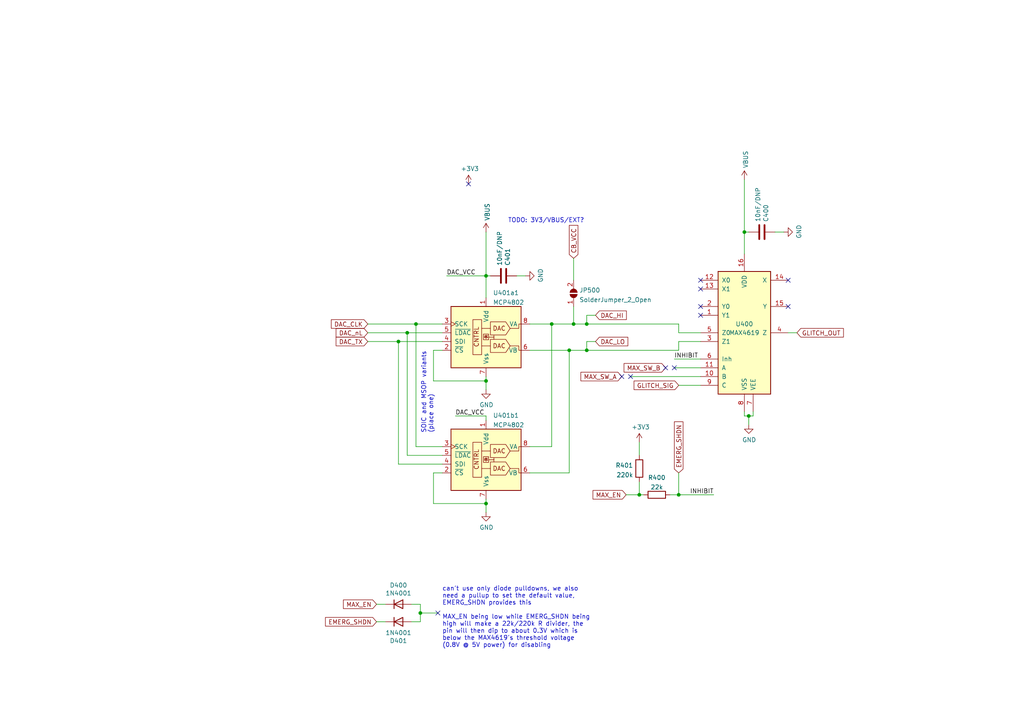
<source format=kicad_sch>
(kicad_sch (version 20211123) (generator eeschema)
  (paper "A4")
  (lib_symbols
    (symbol "4xxx:4053" (pin_names (offset 1.016))
      (property "Reference" "U" (at -7.62 19.05 0))
      (property "Value" "4053" (at -7.62 -19.05 0))
      (symbol "4053_1_0"
        (pin passive line (at -12.7 5.08 0) (length 5.08) (name "Y1") (number "1"))
        (pin input line (at -12.7 -12.7 0) (length 5.08) (name "B") (number "10"))
        (pin input line (at -12.7 -10.16 0) (length 5.08) (name "A") (number "11"))
        (pin passive line (at -12.7 15.24 0) (length 5.08) (name "X0") (number "12"))
        (pin passive line (at -12.7 12.7 0) (length 5.08) (name "X1") (number "13"))
        (pin passive line (at 12.7 15.24 180) (length 5.08) (name "X") (number "14"))
        (pin passive line (at 12.7 7.62 180) (length 5.08) (name "Y") (number "15"))
        (pin power_in line (at 0 22.86 270) (length 5.08) (name "VDD") (number "16"))
        (pin passive line (at -12.7 7.62 0) (length 5.08) (name "Y0") (number "2"))
        (pin passive line (at -12.7 -2.54 0) (length 5.08) (name "Z1") (number "3"))
        (pin passive line (at 12.7 0 180) (length 5.08) (name "Z") (number "4"))
        (pin passive line (at -12.7 0 0) (length 5.08) (name "Z0") (number "5"))
        (pin input line (at -12.7 -7.62 0) (length 5.08) (name "Inh") (number "6"))
        (pin power_in line (at 2.54 -22.86 90) (length 5.08) (name "VEE") (number "7"))
        (pin power_in line (at 0 -22.86 90) (length 5.08) (name "VSS") (number "8"))
        (pin input line (at -12.7 -15.24 0) (length 5.08) (name "C") (number "9"))
      )
      (symbol "4053_1_1"
        (rectangle (start -7.62 17.78) (end 7.62 -17.78) (stroke (width 0.254)) (fill (type background)))
      )
    )
    (symbol "Analog_DAC:MCP4802" (pin_names (offset 1.016))
      (property "Reference" "U" (at -2.54 10.795 0))
      (property "Value" "MCP4802" (at -2.54 8.89 0))
      (symbol "MCP4802_0_0"
        (polyline (pts (xy 0 -1.778) (xy 0 -0.635)))
        (polyline (pts (xy 0.381 -0.889) (xy 0.508 -0.762)))
        (polyline (pts (xy 2.286 -1.143) (xy 2.286 -1.905)))
        (polyline (pts (xy 0.381 -0.889) (xy -0.381 -0.889) (xy -0.508 -1.016)))
        (polyline (pts (xy 0.762 -1.27) (xy 2.286 -1.27) (xy 2.286 -0.762)))
        (polyline (pts (xy 0 -0.889) (xy 0.508 -1.397) (xy -0.508 -1.397) (xy 0 -0.889)))
        (polyline (pts (xy 6.985 -3.81) (xy 9.525 -3.81) (xy 9.525 -5.08) (xy 10.16 -5.08)))
        (polyline (pts (xy 6.985 1.27) (xy 9.525 1.27) (xy 9.525 2.54) (xy 10.16 2.54)))
        (rectangle (start 0.762 -0.381) (end -0.762 -2.032))
        (text "CNTRL" (at -2.032 -4.191 900) (effects (font (size 1.27 1.27)) (justify left bottom)))
        (text "DAC" (at 3.81 -3.81 0) (effects (font (size 1.27 1.27))))
        (text "DAC" (at 3.81 1.27 0) (effects (font (size 1.27 1.27))))
      )
      (symbol "MCP4802_0_1"
        (rectangle (start -10.16 7.62) (end 10.16 -10.16) (stroke (width 0.254)) (fill (type background)))
        (rectangle (start -1.27 -6.35) (end -3.81 3.81))
        (polyline (pts (xy 1.27 -3.81) (xy -1.27 -3.81)))
        (polyline (pts (xy 1.27 1.27) (xy -1.27 1.27)))
        (polyline (pts (xy 6.985 -3.81) (xy 5.715 -1.905) (xy 1.27 -1.905) (xy 1.27 -5.715) (xy 5.715 -5.715) (xy 6.985 -3.81)))
        (polyline (pts (xy 6.985 1.27) (xy 5.715 3.175) (xy 1.27 3.175) (xy 1.27 -0.635) (xy 5.715 -0.635) (xy 6.985 1.27)))
      )
      (symbol "MCP4802_1_1"
        (pin power_in line (at 0 10.16 270) (length 2.54) (name "Vdd") (number "1"))
        (pin input line (at -12.7 -5.08 0) (length 2.54) (name "~{CS}") (number "2"))
        (pin input clock (at -12.7 2.54 0) (length 2.54) (name "SCK") (number "3"))
        (pin input line (at -12.7 -2.54 0) (length 2.54) (name "SDI") (number "4"))
        (pin input line (at -12.7 0 0) (length 2.54) (name "~{LDAC}") (number "5"))
        (pin output line (at 12.7 -5.08 180) (length 2.54) (name "VB") (number "6"))
        (pin power_in line (at 0 -12.7 90) (length 2.54) (name "Vss") (number "7"))
        (pin output line (at 12.7 2.54 180) (length 2.54) (name "VA") (number "8"))
      )
    )
    (symbol "Device:C" (pin_numbers hide) (pin_names (offset 0.254))
      (property "Reference" "C" (at 0.635 2.54 0))
      (property "Value" "C" (at 0.635 -2.54 0))
      (symbol "C_0_1"
        (polyline (pts (xy -2.032 -0.762) (xy 2.032 -0.762)) (stroke (width 0.508)))
        (polyline (pts (xy -2.032 0.762) (xy 2.032 0.762)) (stroke (width 0.508)))
      )
      (symbol "C_1_1"
        (pin passive line (at 0 3.81 270) (length 2.794) (name "~") (number "1"))
        (pin passive line (at 0 -3.81 90) (length 2.794) (name "~") (number "2"))
      )
    )
    (symbol "Device:D" (pin_numbers hide) (pin_names (offset 1.016) hide)
      (property "Reference" "D" (at 0 2.54 0))
      (property "Value" "D" (at 0 -2.54 0))
      (symbol "D_0_1"
        (polyline (pts (xy -1.27 1.27) (xy -1.27 -1.27)) (stroke (width 0.254)))
        (polyline (pts (xy 1.27 0) (xy -1.27 0)))
        (polyline (pts (xy 1.27 1.27) (xy 1.27 -1.27) (xy -1.27 0) (xy 1.27 1.27)) (stroke (width 0.254)))
      )
      (symbol "D_1_1"
        (pin passive line (at -3.81 0 0) (length 2.54) (name "K") (number "1"))
        (pin passive line (at 3.81 0 180) (length 2.54) (name "A") (number "2"))
      )
    )
    (symbol "Device:R" (pin_numbers hide) (pin_names (offset 0))
      (property "Reference" "R" (at 2.032 0 90))
      (property "Value" "R" (at 0 0 90))
      (symbol "R_0_1"
        (rectangle (start -1.016 -2.54) (end 1.016 2.54) (stroke (width 0.254)))
      )
      (symbol "R_1_1"
        (pin passive line (at 0 3.81 270) (length 1.27) (name "~") (number "1"))
        (pin passive line (at 0 -3.81 90) (length 1.27) (name "~") (number "2"))
      )
    )
    (symbol "Jumper:SolderJumper_2_Open" (pin_names (offset 0) hide)
      (property "Reference" "JP" (at 0 2.032 0))
      (property "Value" "SolderJumper_2_Open" (at 0 -2.54 0))
      (symbol "SolderJumper_2_Open_0_1"
        (arc (start -0.254 1.016) (mid -1.27 0) (end -0.254 -1.016))
        (arc (start -0.254 1.016) (mid -1.27 0) (end -0.254 -1.016) (fill (type outline)))
        (polyline (pts (xy -0.254 1.016) (xy -0.254 -1.016)))
        (polyline (pts (xy 0.254 1.016) (xy 0.254 -1.016)))
        (arc (start 0.254 -1.016) (mid 1.27 0) (end 0.254 1.016))
        (arc (start 0.254 -1.016) (mid 1.27 0) (end 0.254 1.016) (fill (type outline)))
      )
      (symbol "SolderJumper_2_Open_1_1"
        (pin passive line (at -3.81 0 0) (length 2.54) (name "A") (number "1"))
        (pin passive line (at 3.81 0 180) (length 2.54) (name "B") (number "2"))
      )
    )
    (symbol "power:+3V3" (power) (pin_names (offset 0))
      (property "Value" "+3V3" (at 0 3.556 0))
      (symbol "+3V3_0_1"
        (polyline (pts (xy -0.762 1.27) (xy 0 2.54)))
        (polyline (pts (xy 0 0) (xy 0 2.54)))
        (polyline (pts (xy 0 2.54) (xy 0.762 1.27)))
      )
      (symbol "+3V3_1_1"
        (pin power_in line (at 0 0 90) (length 0) hide (name "+3V3") (number "1"))
      )
    )
    (symbol "power:GND" (power) (pin_names (offset 0))
      (property "Value" "GND" (at 0 -3.81 0))
      (symbol "GND_0_1"
        (polyline (pts (xy 0 0) (xy 0 -1.27) (xy 1.27 -1.27) (xy 0 -2.54) (xy -1.27 -1.27) (xy 0 -1.27)))
      )
      (symbol "GND_1_1"
        (pin power_in line (at 0 0 270) (length 0) hide (name "GND") (number "1"))
      )
    )
    (symbol "power:VBUS" (power) (pin_names (offset 0))
      (property "Value" "VBUS" (at 0 3.81 0))
      (symbol "VBUS_0_1"
        (polyline (pts (xy -0.762 1.27) (xy 0 2.54)))
        (polyline (pts (xy 0 0) (xy 0 2.54)))
        (polyline (pts (xy 0 2.54) (xy 0.762 1.27)))
      )
      (symbol "VBUS_1_1"
        (pin power_in line (at 0 0 90) (length 0) hide (name "VBUS") (number "1"))
      )
    )
  )
  (junction (at 140.97 146.05))
  (junction (at 215.9 67.31))
  (junction (at 166.37 93.98))
  (junction (at 170.18 101.6))
  (junction (at 121.92 177.8))
  (junction (at 196.85 143.51))
  (junction (at 120.65 93.98))
  (junction (at 170.18 93.98))
  (junction (at 185.42 143.51))
  (junction (at 217.17 120.65))
  (junction (at 115.57 99.06))
  (junction (at 165.1 101.6))
  (junction (at 118.11 96.52))
  (junction (at 140.97 110.49))
  (junction (at 140.97 80.01))
  (junction (at 160.02 93.98))
  (no_connect (at 180.34 109.22))
  (no_connect (at 182.88 109.22))
  (no_connect (at 193.04 106.68))
  (no_connect (at 195.58 106.68))
  (no_connect (at 135.89 53.34))
  (no_connect (at 203.2 81.28))
  (no_connect (at 203.2 83.82))
  (no_connect (at 228.6 88.9))
  (no_connect (at 228.6 81.28))
  (no_connect (at 203.2 88.9))
  (no_connect (at 203.2 91.44))
  (no_connect (at 127 177.8))
  (wire (pts (xy 120.65 93.98) (xy 128.27 93.98)))
  (wire (pts (xy 170.18 91.44) (xy 172.72 91.44)))
  (wire (pts (xy 160.02 93.98) (xy 160.02 129.54)))
  (wire (pts (xy 106.68 99.06) (xy 115.57 99.06)))
  (wire (pts (xy 195.58 106.68) (xy 203.2 106.68)))
  (wire (pts (xy 128.27 134.62) (xy 115.57 134.62)))
  (wire (pts (xy 111.76 175.26) (xy 109.22 175.26)))
  (wire (pts (xy 218.44 120.65) (xy 218.44 119.38)))
  (wire (pts (xy 153.67 101.6) (xy 165.1 101.6)))
  (wire (pts (xy 170.18 91.44) (xy 170.18 93.98)))
  (wire (pts (xy 140.97 109.22) (xy 140.97 110.49)))
  (wire (pts (xy 196.85 99.06) (xy 203.2 99.06)))
  (wire (pts (xy 166.37 88.9) (xy 166.37 93.98)))
  (wire (pts (xy 115.57 99.06) (xy 115.57 134.62)))
  (wire (pts (xy 119.38 180.34) (xy 121.92 180.34)))
  (wire (pts (xy 125.73 146.05) (xy 140.97 146.05)))
  (wire (pts (xy 172.72 99.06) (xy 170.18 99.06)))
  (wire (pts (xy 181.61 143.51) (xy 185.42 143.51)))
  (wire (pts (xy 194.31 143.51) (xy 196.85 143.51)))
  (wire (pts (xy 196.85 143.51) (xy 207.01 143.51)))
  (wire (pts (xy 196.85 93.98) (xy 196.85 96.52)))
  (wire (pts (xy 217.17 120.65) (xy 218.44 120.65)))
  (wire (pts (xy 215.9 67.31) (xy 217.17 67.31)))
  (wire (pts (xy 160.02 93.98) (xy 166.37 93.98)))
  (wire (pts (xy 195.58 104.14) (xy 203.2 104.14)))
  (wire (pts (xy 196.85 96.52) (xy 203.2 96.52)))
  (wire (pts (xy 165.1 101.6) (xy 165.1 137.16)))
  (wire (pts (xy 196.85 111.76) (xy 203.2 111.76)))
  (wire (pts (xy 121.92 177.8) (xy 127 177.8)))
  (wire (pts (xy 224.79 67.31) (xy 227.33 67.31)))
  (wire (pts (xy 128.27 137.16) (xy 125.73 137.16)))
  (wire (pts (xy 149.86 80.01) (xy 152.4 80.01)))
  (wire (pts (xy 153.67 137.16) (xy 165.1 137.16)))
  (wire (pts (xy 132.08 120.65) (xy 140.97 120.65)))
  (wire (pts (xy 128.27 101.6) (xy 125.73 101.6)))
  (wire (pts (xy 182.88 109.22) (xy 203.2 109.22)))
  (wire (pts (xy 125.73 137.16) (xy 125.73 146.05)))
  (wire (pts (xy 106.68 93.98) (xy 120.65 93.98)))
  (wire (pts (xy 215.9 120.65) (xy 217.17 120.65)))
  (wire (pts (xy 140.97 120.65) (xy 140.97 121.92)))
  (wire (pts (xy 170.18 101.6) (xy 196.85 101.6)))
  (wire (pts (xy 109.22 180.34) (xy 111.76 180.34)))
  (wire (pts (xy 128.27 129.54) (xy 120.65 129.54)))
  (wire (pts (xy 170.18 93.98) (xy 196.85 93.98)))
  (wire (pts (xy 196.85 137.16) (xy 196.85 143.51)))
  (wire (pts (xy 118.11 96.52) (xy 118.11 132.08)))
  (wire (pts (xy 215.9 120.65) (xy 215.9 119.38)))
  (wire (pts (xy 215.9 67.31) (xy 215.9 52.07)))
  (wire (pts (xy 153.67 93.98) (xy 160.02 93.98)))
  (wire (pts (xy 119.38 175.26) (xy 121.92 175.26)))
  (wire (pts (xy 118.11 96.52) (xy 128.27 96.52)))
  (wire (pts (xy 196.85 101.6) (xy 196.85 99.06)))
  (wire (pts (xy 153.67 129.54) (xy 160.02 129.54)))
  (wire (pts (xy 140.97 146.05) (xy 140.97 148.59)))
  (wire (pts (xy 231.14 96.52) (xy 228.6 96.52)))
  (wire (pts (xy 165.1 101.6) (xy 170.18 101.6)))
  (wire (pts (xy 140.97 144.78) (xy 140.97 146.05)))
  (wire (pts (xy 185.42 128.27) (xy 185.42 132.08)))
  (wire (pts (xy 129.54 80.01) (xy 140.97 80.01)))
  (wire (pts (xy 217.17 120.65) (xy 217.17 123.19)))
  (wire (pts (xy 121.92 175.26) (xy 121.92 177.8)))
  (wire (pts (xy 140.97 80.01) (xy 140.97 67.31)))
  (wire (pts (xy 121.92 177.8) (xy 121.92 180.34)))
  (wire (pts (xy 140.97 110.49) (xy 140.97 113.03)))
  (wire (pts (xy 125.73 101.6) (xy 125.73 110.49)))
  (wire (pts (xy 125.73 110.49) (xy 140.97 110.49)))
  (wire (pts (xy 140.97 80.01) (xy 142.24 80.01)))
  (wire (pts (xy 106.68 96.52) (xy 118.11 96.52)))
  (wire (pts (xy 140.97 80.01) (xy 140.97 86.36)))
  (wire (pts (xy 128.27 132.08) (xy 118.11 132.08)))
  (wire (pts (xy 166.37 74.93) (xy 166.37 81.28)))
  (wire (pts (xy 166.37 93.98) (xy 170.18 93.98)))
  (wire (pts (xy 215.9 67.31) (xy 215.9 73.66)))
  (wire (pts (xy 186.69 143.51) (xy 185.42 143.51)))
  (wire (pts (xy 185.42 139.7) (xy 185.42 143.51)))
  (wire (pts (xy 120.65 93.98) (xy 120.65 129.54)))
  (wire (pts (xy 115.57 99.06) (xy 128.27 99.06)))
  (wire (pts (xy 170.18 99.06) (xy 170.18 101.6)))
  (text "can't use only diode pulldowns, we also\nneed a pullup to set the default value,\nEMERG_SHDN provides this\n\nMAX_EN being low while EMERG_SHDN being\nhigh will make a 22k/220k R divider, the\npin will then dip to about 0.3V which is\nbelow the MAX4619's threshold voltage\n(0.8V @ 5V power) for disabling" (at 128.27 187.96 0) (effects (font (size 1.27 1.27)) (justify left bottom)))
  (text "TODO: 3V3/VBUS/EXT?" (at 147.32 64.77 0) (effects (font (size 1.27 1.27)) (justify left bottom)))
  (text "SOIC and MSOP variants\n(place one)" (at 125.73 125.73 90) (effects (font (size 1.27 1.27)) (justify left bottom)))
  (label "INHIBIT" (at 195.58 104.14 0))
  (label "DAC_VCC" (at 132.08 120.65 0))
  (label "DAC_VCC" (at 129.54 80.01 0))
  (label "INHIBIT" (at 207.01 143.51 180))
  (global_label "DAC_nL" (shape input) (at 106.68 96.52 180) (property "Intersheet References" "${INTERSHEET_REFS}" (effects hide)))
  (global_label "EMERG_SHDN" (shape input) (at 109.22 180.34 180) (property "Intersheet References" "${INTERSHEET_REFS}" (effects hide)))
  (global_label "DAC_HI" (shape input) (at 172.72 91.44 0) (property "Intersheet References" "${INTERSHEET_REFS}" (effects hide)))
  (global_label "MAX_EN" (shape input) (at 109.22 175.26 180) (property "Intersheet References" "${INTERSHEET_REFS}" (effects hide)))
  (global_label "EMERG_SHDN" (shape input) (at 196.85 137.16 90) (property "Intersheet References" "${INTERSHEET_REFS}" (effects hide)))
  (global_label "MAX_EN" (shape input) (at 181.61 143.51 180) (property "Intersheet References" "${INTERSHEET_REFS}" (effects hide)))
  (global_label "MAX_SW_B" (shape input) (at 193.04 106.68 180) (property "Intersheet References" "${INTERSHEET_REFS}" (effects hide)))
  (global_label "DAC_LO" (shape input) (at 172.72 99.06 0) (property "Intersheet References" "${INTERSHEET_REFS}" (effects hide)))
  (global_label "GLITCH_SIG" (shape input) (at 196.85 111.76 180) (property "Intersheet References" "${INTERSHEET_REFS}" (effects hide)))
  (global_label "GLITCH_OUT" (shape input) (at 231.14 96.52 0) (property "Intersheet References" "${INTERSHEET_REFS}" (effects hide)))
  (global_label "DAC_CLK" (shape input) (at 106.68 93.98 180) (property "Intersheet References" "${INTERSHEET_REFS}" (effects hide)))
  (global_label "DAC_TX" (shape input) (at 106.68 99.06 180) (property "Intersheet References" "${INTERSHEET_REFS}" (effects hide)))
  (global_label "CB_VCC" (shape input) (at 166.37 74.93 90) (property "Intersheet References" "${INTERSHEET_REFS}" (effects hide)))
  (global_label "MAX_SW_A" (shape input) (at 180.34 109.22 180) (property "Intersheet References" "${INTERSHEET_REFS}" (effects hide)))
  (symbol (lib_id "power:VBUS") (at 215.9 52.07 0) (unit 1)
    (property "Reference" "#PWR0156" (effects hide))
    (property "Value" "VBUS" (at 216.281 48.8188 90) (effects (justify left)))
  )
  (symbol (lib_id "4xxx:4053") (at 215.9 96.52 0) (unit 1)
    (property "Reference" "U400" (at 215.9 93.98 0))
    (property "Value" "MAX4619" (at 215.9 96.52 0))
    (property "Footprint" "Package_SO:SO-16_3.9x9.9mm_P1.27mm" (effects hide))
    (property "Datasheet" "http://www.intersil.com/content/dam/Intersil/documents/cd40/cd4051bms-52bms-53bms.pdf" (effects hide))
  )
  (symbol (lib_id "power:GND") (at 217.17 123.19 0) (unit 1)
    (property "Reference" "#PWR0149" (effects hide))
    (property "Value" "GND" (at 217.297 127.5842 0))
  )
  (symbol (lib_id "Device:C") (at 146.05 80.01 270) (mirror x) (unit 1)
    (property "Reference" "C401" (at 147.2184 77.089 0) (effects (justify left)))
    (property "Value" "10nF/DNP" (at 144.907 77.089 0) (effects (justify left)))
    (property "Footprint" "Capacitor_SMD:C_0805_2012Metric_Pad1.18x1.45mm_HandSolder" (effects hide))
  )
  (symbol (lib_id "power:GND") (at 140.97 113.03 0) (unit 1)
    (property "Reference" "#PWR0146" (effects hide))
    (property "Value" "GND" (at 141.097 117.4242 0))
  )
  (symbol (lib_id "Device:C") (at 220.98 67.31 270) (mirror x) (unit 1)
    (property "Reference" "C400" (at 222.1484 64.389 0) (effects (justify left)))
    (property "Value" "10nF/DNP" (at 219.837 64.389 0) (effects (justify left)))
    (property "Footprint" "Capacitor_SMD:C_0805_2012Metric_Pad1.18x1.45mm_HandSolder" (effects hide))
  )
  (symbol (lib_id "power:+3V3") (at 135.89 53.34 0) (unit 1)
    (property "Reference" "#PWR0144" (effects hide))
    (property "Value" "+3V3" (at 136.271 48.9458 0))
  )
  (symbol (lib_id "power:GND") (at 152.4 80.01 90) (unit 1)
    (property "Reference" "#PWR0145" (effects hide))
    (property "Value" "GND" (at 156.7942 79.883 0))
  )
  (symbol (lib_id "power:GND") (at 140.97 148.59 0) (unit 1)
    (property "Reference" "#PWR0147" (effects hide))
    (property "Value" "GND" (at 141.097 152.9842 0))
  )
  (symbol (lib_id "Analog_DAC:MCP4802") (at 140.97 96.52 0) (unit 1)
    (property "Reference" "U401a1" (at 142.9894 84.9335 0) (effects (justify left)))
    (property "Value" "MCP4802" (at 142.9894 87.7086 0) (effects (justify left)))
    (property "Footprint" "Package_SO:SOIC-8_3.9x4.9mm_P1.27mm" (effects hide))
    (property "Datasheet" "http://ww1.microchip.com/downloads/en/DeviceDoc/20002249B.pdf" (effects hide))
  )
  (symbol (lib_id "Device:R") (at 190.5 143.51 90) (unit 1)
    (property "Reference" "R400" (at 190.5 138.5275 90))
    (property "Value" "22k" (at 190.5 141.3026 90))
    (property "Footprint" "Resistor_SMD:R_0805_2012Metric_Pad1.20x1.40mm_HandSolder" (effects hide))
  )
  (symbol (lib_id "Analog_DAC:MCP4802") (at 140.97 132.08 0) (unit 1) (in_bom no)
    (property "Reference" "U401b1" (at 142.9894 120.4935 0) (effects (justify left)))
    (property "Value" "MCP4802" (at 142.9894 123.2686 0) (effects (justify left)))
    (property "Footprint" "Package_SO:MSOP-8_3x3mm_P0.65mm" (effects hide))
    (property "Datasheet" "http://ww1.microchip.com/downloads/en/DeviceDoc/20002249B.pdf" (effects hide))
  )
  (symbol (lib_id "power:+3V3") (at 185.42 128.27 0) (unit 1)
    (property "Reference" "#PWR0161" (effects hide))
    (property "Value" "+3V3" (at 185.801 123.8758 0))
  )
  (symbol (lib_id "Device:R") (at 185.42 135.89 0) (mirror x) (unit 1)
    (property "Reference" "R401" (at 183.642 134.9815 0) (effects (justify right)))
    (property "Value" "220k" (at 183.642 137.7566 0) (effects (justify right)))
    (property "Footprint" "Resistor_SMD:R_0805_2012Metric_Pad1.20x1.40mm_HandSolder" (effects hide))
  )
  (symbol (lib_id "Jumper:SolderJumper_2_Open") (at 166.37 85.09 90) (unit 1)
    (property "Reference" "JP500" (at 168.021 84.1815 90) (effects (justify right)))
    (property "Value" "SolderJumper_2_Open" (at 168.021 86.9566 90) (effects (justify right)))
    (property "Footprint" "Jumper:SolderJumper-2_P1.3mm_Open_RoundedPad1.0x1.5mm" (effects hide))
  )
  (symbol (lib_id "power:VBUS") (at 140.97 67.31 0) (unit 1)
    (property "Reference" "#PWR0158" (effects hide))
    (property "Value" "VBUS" (at 141.351 64.0588 90) (effects (justify left)))
  )
  (symbol (lib_id "power:GND") (at 227.33 67.31 90) (unit 1)
    (property "Reference" "#PWR0160" (effects hide))
    (property "Value" "GND" (at 231.7242 67.183 0))
  )
  (symbol (lib_id "Device:D") (at 115.57 175.26 0) (unit 1) (in_bom no) (on_board no)
    (property "Reference" "D400" (at 115.57 169.7482 0))
    (property "Value" "1N4001" (at 115.57 172.0596 0))
    (property "Footprint" "Diode_SMD:D_SOD-123" (effects hide))
  )
  (symbol (lib_id "Device:D") (at 115.57 180.34 0) (mirror x) (unit 1) (in_bom no) (on_board no)
    (property "Reference" "D401" (at 115.57 185.8518 0))
    (property "Value" "1N4001" (at 115.57 183.5404 0))
    (property "Footprint" "Diode_SMD:D_SOD-123" (effects hide))
  )
)
</source>
